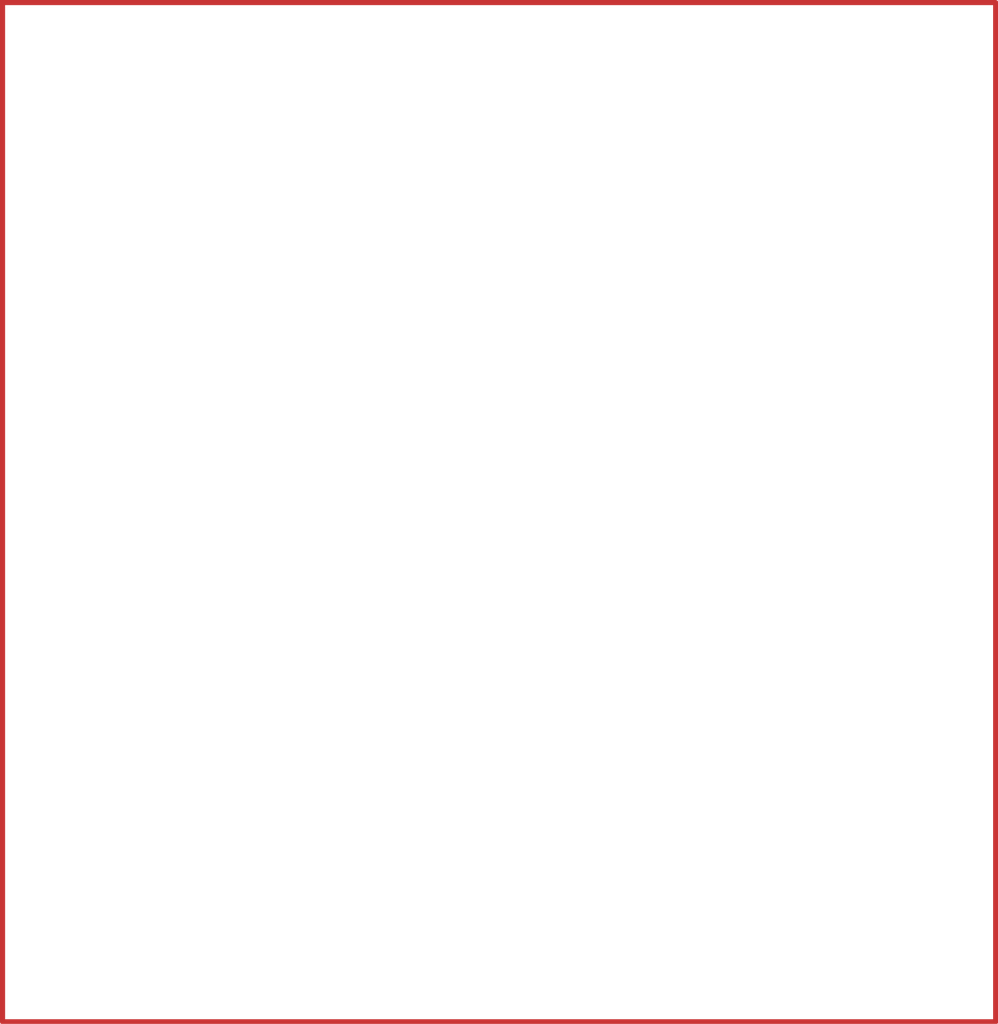
<source format=kicad_pcb>
(kicad_pcb (version 20221018) (generator pcbnew)

  (general
    (thickness 1.6)
  )

  (paper "A4")
  (layers
    (0 "F.Cu" signal)
    (31 "B.Cu" signal)
    (32 "B.Adhes" user "B.Adhesive")
    (33 "F.Adhes" user "F.Adhesive")
    (34 "B.Paste" user)
    (35 "F.Paste" user)
    (36 "B.SilkS" user "B.Silkscreen")
    (37 "F.SilkS" user "F.Silkscreen")
    (38 "B.Mask" user)
    (39 "F.Mask" user)
    (40 "Dwgs.User" user "User.Drawings")
    (41 "Cmts.User" user "User.Comments")
    (42 "Eco1.User" user "User.Eco1")
    (43 "Eco2.User" user "User.Eco2")
    (44 "Edge.Cuts" user)
    (45 "Margin" user)
    (46 "B.CrtYd" user "B.Courtyard")
    (47 "F.CrtYd" user "F.Courtyard")
    (48 "B.Fab" user)
    (49 "F.Fab" user)
    (50 "User.1" user)
    (51 "User.2" user)
    (52 "User.3" user)
    (53 "User.4" user)
    (54 "User.5" user)
    (55 "User.6" user)
    (56 "User.7" user)
    (57 "User.8" user)
    (58 "User.9" user)
  )

  (setup
    (pad_to_mask_clearance 0)
    (pcbplotparams
      (layerselection 0x00010fc_ffffffff)
      (plot_on_all_layers_selection 0x0000000_00000000)
      (disableapertmacros false)
      (usegerberextensions false)
      (usegerberattributes true)
      (usegerberadvancedattributes true)
      (creategerberjobfile true)
      (dashed_line_dash_ratio 12.000000)
      (dashed_line_gap_ratio 3.000000)
      (svgprecision 4)
      (plotframeref false)
      (viasonmask false)
      (mode 1)
      (useauxorigin false)
      (hpglpennumber 1)
      (hpglpenspeed 20)
      (hpglpendiameter 15.000000)
      (dxfpolygonmode true)
      (dxfimperialunits true)
      (dxfusepcbnewfont true)
      (psnegative false)
      (psa4output false)
      (plotreference true)
      (plotvalue true)
      (plotinvisibletext false)
      (sketchpadsonfab false)
      (subtractmaskfromsilk false)
      (outputformat 1)
      (mirror false)
      (drillshape 1)
      (scaleselection 1)
      (outputdirectory "")
    )
  )

  (net 0 "")

  (gr_rect (start 130 33) (end 169 73)
    (stroke (width 0.2) (type default)) (fill none) (layer "F.Cu") (tstamp e9b2a700-81fb-4130-bf5a-0a435a47885b))

)

</source>
